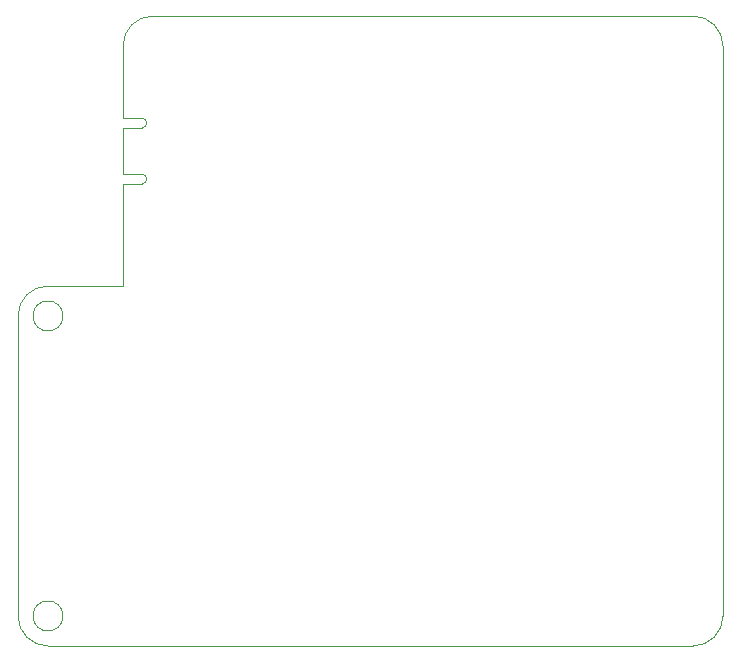
<source format=gm1>
G04 #@! TF.GenerationSoftware,KiCad,Pcbnew,(5.1.5)-3*
G04 #@! TF.CreationDate,2020-04-21T19:07:55+10:00*
G04 #@! TF.ProjectId,Onion_Feather,4f6e696f-6e5f-4466-9561-746865722e6b,rev?*
G04 #@! TF.SameCoordinates,Original*
G04 #@! TF.FileFunction,Profile,NP*
%FSLAX46Y46*%
G04 Gerber Fmt 4.6, Leading zero omitted, Abs format (unit mm)*
G04 Created by KiCad (PCBNEW (5.1.5)-3) date 2020-04-21 19:07:55*
%MOMM*%
%LPD*%
G04 APERTURE LIST*
%ADD10C,0.050000*%
%ADD11C,0.100000*%
G04 APERTURE END LIST*
D10*
X116840000Y-63500000D02*
X116850500Y-68640000D01*
X111760000Y-111760000D02*
G75*
G03X111760000Y-111760000I-1270000J0D01*
G01*
X111760000Y-86360000D02*
G75*
G03X111760000Y-86360000I-1270000J0D01*
G01*
X107950000Y-86360000D02*
G75*
G02X110490000Y-83820000I2540000J0D01*
G01*
X110490000Y-114300000D02*
G75*
G02X107950000Y-111760000I0J2540000D01*
G01*
X167640000Y-111760000D02*
G75*
G02X165100000Y-114300000I-2540000J0D01*
G01*
X165100000Y-60960000D02*
G75*
G02X167640000Y-63500000I0J-2540000D01*
G01*
X116840000Y-63500000D02*
G75*
G02X119380000Y-60960000I2540000J0D01*
G01*
X110490000Y-114300000D02*
X116840000Y-114300000D01*
X107950000Y-86360000D02*
X107950000Y-111760000D01*
X116840000Y-83820000D02*
X110490000Y-83820000D01*
X165100000Y-60960000D02*
X119380000Y-60960000D01*
X167640000Y-111760000D02*
X167640000Y-63500000D01*
X116840000Y-114300000D02*
X165100000Y-114300000D01*
X116850500Y-76140000D02*
X116840000Y-83820000D01*
D11*
X116850500Y-68640000D02*
X116850500Y-69590000D01*
X118425500Y-69590000D02*
X116850500Y-69590000D01*
X118425500Y-70440000D02*
X116850500Y-70440000D01*
X116850500Y-70440000D02*
X116850500Y-74340000D01*
X118425500Y-74340000D02*
X116850500Y-74340000D01*
X118425500Y-75190000D02*
X116850500Y-75190000D01*
X116850500Y-75190000D02*
X116850500Y-76140000D01*
X118425500Y-70440000D02*
G75*
G03X118425500Y-69590000I0J425000D01*
G01*
X118425500Y-75190000D02*
G75*
G03X118425500Y-74340000I0J425000D01*
G01*
M02*

</source>
